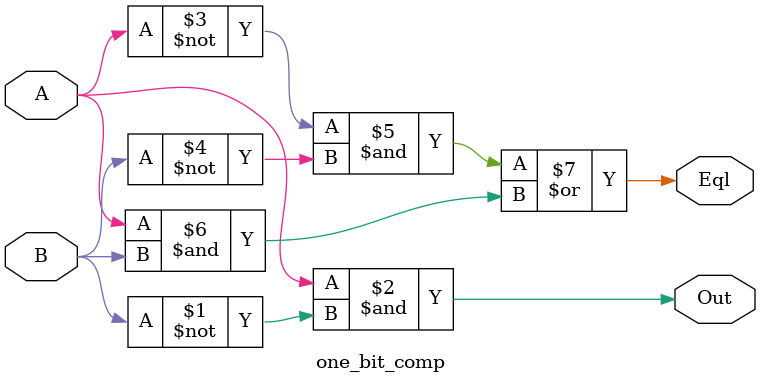
<source format=v>
`timescale 1ns / 1ps
module comparator(
    input [3:0] A,
    input [3:0] B,
    output Out
    );
	
	wire Out0, Out1, Out2, Out3;
    wire Eql1, Eql2, Eql3;
	
	one_bit_comp bit3(.A(A[3]), .B(B[3]), .Out(Out3), .Eql(Eql3));
	one_bit_comp bit2(.A(A[2]), .B(B[2]), .Out(Out2), .Eql(Eql2));
	one_bit_comp bit1(.A(A[1]), .B(B[1]), .Out(Out1), .Eql(Eql1));
	one_bit_comp bit0(.A(A[0]), .B(B[0]), .Out(Out0));
	
	assign Out = Out3 |
	             (Eql3 & Out2) | 
				 (Eql3 & Eql2 & Out1) | 
				 (Eql3 & Eql2 & Eql1 & Out0);	
endmodule

module one_bit_comp(
    input A,
    input B,
    output Out,
    output Eql
    );
	
	assign Out = A & ~B;
	assign Eql = (~A & ~B) | (A & B);

endmodule
</source>
